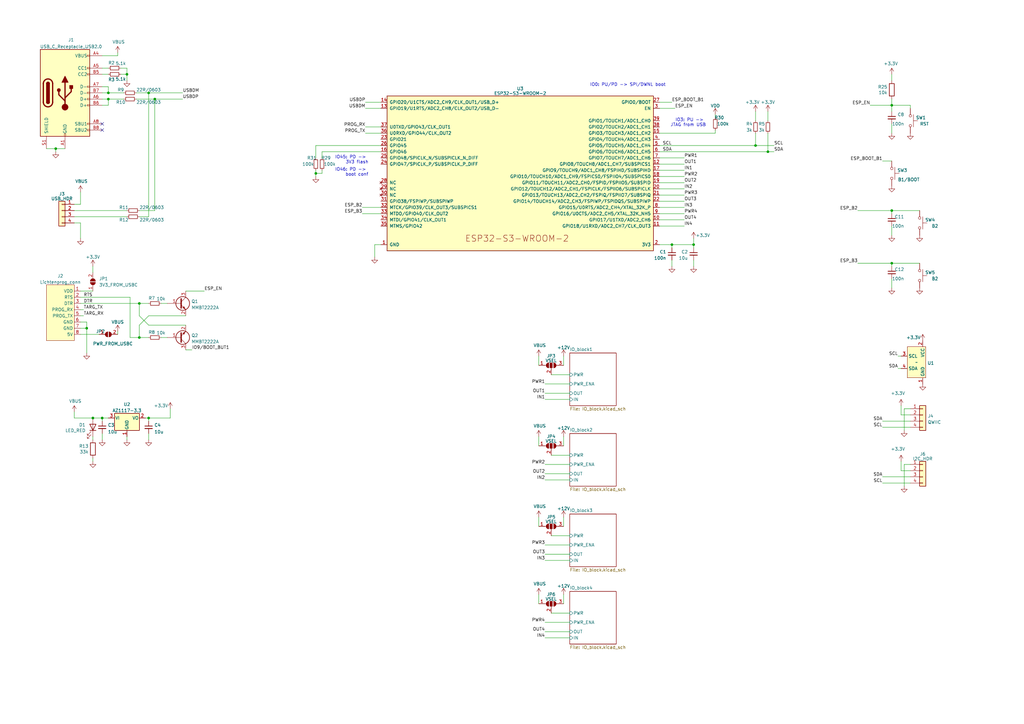
<source format=kicad_sch>
(kicad_sch (version 20230121) (generator eeschema)
  (paper "A3")
  (lib_symbols
    (symbol "Connector:USB_C_Receptacle_USB2.0" (pin_names (offset 1.016))
      (property "Reference" "J" (at -10.16 19.05 0))
      (property "Value" "USB_C_Receptacle_USB2.0" (at 19.05 19.05 0))
      (symbol "USB_C_Receptacle_USB2.0_1_1"
        (pin passive line (at 0 -22.86 90) (length 5.08) (name "GND") (number "A1"))
        (pin passive line (at 0 -22.86 90) (length 5.08) hide (name "GND") (number "A12"))
        (pin passive line (at 15.24 15.24 180) (length 5.08) (name "VBUS") (number "A4"))
        (pin bidirectional line (at 15.24 10.16 180) (length 5.08) (name "CC1") (number "A5"))
        (pin bidirectional line (at 15.24 -2.54 180) (length 5.08) (name "D+") (number "A6"))
        (pin bidirectional line (at 15.24 2.54 180) (length 5.08) (name "D-") (number "A7"))
        (pin bidirectional line (at 15.24 -12.7 180) (length 5.08) (name "SBU1") (number "A8"))
        (pin passive line (at 15.24 15.24 180) (length 5.08) hide (name "VBUS") (number "A9"))
        (pin passive line (at 0 -22.86 90) (length 5.08) hide (name "GND") (number "B1"))
        (pin passive line (at 0 -22.86 90) (length 5.08) hide (name "GND") (number "B12"))
        (pin passive line (at 15.24 15.24 180) (length 5.08) hide (name "VBUS") (number "B4"))
        (pin bidirectional line (at 15.24 7.62 180) (length 5.08) (name "CC2") (number "B5"))
        (pin bidirectional line (at 15.24 -5.08 180) (length 5.08) (name "D+") (number "B6"))
        (pin bidirectional line (at 15.24 0 180) (length 5.08) (name "D-") (number "B7"))
        (pin bidirectional line (at 15.24 -15.24 180) (length 5.08) (name "SBU2") (number "B8"))
        (pin passive line (at 15.24 15.24 180) (length 5.08) hide (name "VBUS") (number "B9"))
        (pin passive line (at -7.62 -22.86 90) (length 5.08) (name "SHIELD") (number "S1"))
      )
    )
    (symbol "Connector_Generic:Conn_01x04" (pin_names (offset 1.016) hide)
      (property "Reference" "J" (at 0 5.08 0))
      (property "Value" "Conn_01x04" (at 0 -7.62 0))
      (symbol "Conn_01x04_1_1"
        (pin passive line (at -5.08 2.54 0) (length 3.81) (name "Pin_1") (number "1"))
        (pin passive line (at -5.08 0 0) (length 3.81) (name "Pin_2") (number "2"))
        (pin passive line (at -5.08 -2.54 0) (length 3.81) (name "Pin_3") (number "3"))
        (pin passive line (at -5.08 -5.08 0) (length 3.81) (name "Pin_4") (number "4"))
      )
    )
    (symbol "Critbit_lib:Lichtenprog_conn"
      (property "Reference" "J" (at -3.81 12.7 0))
      (property "Value" "Lichtenprog_conn" (at 1.27 -12.7 0))
      (symbol "Lichtenprog_conn_1_1"
        (pin power_out line (at 7.62 8.89 180) (length 2.54) (name "VDD") (number "1"))
        (pin output line (at 7.62 6.35 180) (length 2.54) (name "RTS") (number "2"))
        (pin output line (at 7.62 3.81 180) (length 2.54) (name "DTR") (number "3"))
        (pin input line (at 7.62 1.27 180) (length 2.54) (name "PROG_RX") (number "4"))
        (pin output line (at 7.62 -1.27 180) (length 2.54) (name "PROG_TX") (number "5"))
        (pin power_out line (at 7.62 -3.81 180) (length 2.54) (name "GND") (number "6"))
        (pin power_out line (at 7.62 -6.35 180) (length 2.54) (name "GND") (number "7"))
        (pin power_out line (at 7.62 -8.89 180) (length 2.54) (name "5V") (number "8"))
      )
    )
    (symbol "Critbit_lib:OLED_4Pin"
      (property "Reference" "U" (at 0 5.08 0))
      (symbol "OLED_4Pin_1_1"
        (pin power_in line (at 2.54 -8.89 90) (length 2.54) (name "GND") (number "1"))
        (pin power_in line (at 2.54 8.89 270) (length 2.54) (name "VCC") (number "2"))
        (pin power_in line (at -6.35 2.54 0) (length 2.54) (name "SCL") (number "3"))
        (pin power_in line (at -6.35 -2.54 0) (length 2.54) (name "SDA") (number "4"))
      )
    )
    (symbol "Device:C_Small" (pin_numbers hide) (pin_names (offset 0.254) hide)
      (property "Reference" "C" (at 0.254 1.778 0))
      (property "Value" "C_Small" (at 0.254 -2.032 0))
      (symbol "C_Small_1_1"
        (pin passive line (at 0 2.54 270) (length 2.032) (name "~") (number "1"))
        (pin passive line (at 0 -2.54 90) (length 2.032) (name "~") (number "2"))
      )
    )
    (symbol "Device:LED" (pin_numbers hide) (pin_names (offset 1.016) hide)
      (property "Reference" "D" (at 0 2.54 0))
      (property "Value" "LED" (at 0 -2.54 0))
      (symbol "LED_1_1"
        (pin passive line (at -3.81 0 0) (length 2.54) (name "K") (number "1"))
        (pin passive line (at 3.81 0 180) (length 2.54) (name "A") (number "2"))
      )
    )
    (symbol "Device:Q_NPN_BEC" (pin_names (offset 0) hide)
      (property "Reference" "Q" (at 5.08 1.27 0))
      (property "Value" "Q_NPN_BEC" (at 5.08 -1.27 0))
      (symbol "Q_NPN_BEC_1_1"
        (pin input line (at -5.08 0 0) (length 5.715) (name "B") (number "1"))
        (pin passive line (at 2.54 -5.08 90) (length 2.54) (name "E") (number "2"))
        (pin passive line (at 2.54 5.08 270) (length 2.54) (name "C") (number "3"))
      )
    )
    (symbol "Device:R" (pin_numbers hide) (pin_names (offset 0))
      (property "Reference" "R" (at 2.032 0 90))
      (property "Value" "R" (at 0 0 90))
      (symbol "R_1_1"
        (pin passive line (at 0 3.81 270) (length 1.27) (name "~") (number "1"))
        (pin passive line (at 0 -3.81 90) (length 1.27) (name "~") (number "2"))
      )
    )
    (symbol "Device:R_Small" (pin_numbers hide) (pin_names (offset 0.254) hide)
      (property "Reference" "R" (at 0.762 0.508 0))
      (property "Value" "R_Small" (at 0.762 -1.016 0))
      (symbol "R_Small_1_1"
        (pin passive line (at 0 2.54 270) (length 0.762) (name "~") (number "1"))
        (pin passive line (at 0 -2.54 90) (length 0.762) (name "~") (number "2"))
      )
    )
    (symbol "Espressif:ESP32-S3-WROOM-2" (pin_names (offset 1.016))
      (property "Reference" "U" (at -55.88 38.1 0))
      (property "Value" "ESP32-S3-WROOM-2" (at -55.88 35.56 0))
      (symbol "ESP32-S3-WROOM-2_0_0"
        (text "ESP32-S3-WROOM-2" (at 0 -25.4 0) (effects (font (size 2.54 2.54))))
        (pin power_in line (at 55.88 -27.94 180) (length 2.54) (name "GND") (number "1"))
        (pin bidirectional line (at -58.42 -17.78 0) (length 2.54) (name "GPIO17/U1TXD/ADC2_CH6") (number "10"))
        (pin bidirectional line (at -58.42 -20.32 0) (length 2.54) (name "GPIO18/U1RXD/ADC2_CH7/CLK_OUT3") (number "11"))
        (pin bidirectional line (at -58.42 5.08 0) (length 2.54) (name "GPIO8/TOUCH8/ADC1_CH7/SUBSPICS1") (number "12"))
        (pin bidirectional line (at 55.88 27.94 180) (length 2.54) (name "GPIO19/U1RTS/ADC2_CH8/CLK_OUT2/USB_D-") (number "13"))
        (pin bidirectional line (at 55.88 30.48 180) (length 2.54) (name "GPIO20/U1CTS/ADC2_CH9/CLK_OUT1/USB_D+") (number "14"))
        (pin bidirectional line (at -58.42 17.78 0) (length 2.54) (name "GPIO3/TOUCH3/ADC1_CH2") (number "15"))
        (pin bidirectional line (at 55.88 10.16 180) (length 2.54) (name "GPIO46") (number "16"))
        (pin bidirectional line (at -58.42 2.54 0) (length 2.54) (name "GPIO9/TOUCH9/ADC1_CH8/FSPIHD/SUBSPIHD") (number "17"))
        (pin bidirectional line (at -58.42 0 0) (length 2.54) (name "GPIO10/TOUCH10/ADC1_CH9/FSPICS0/FSPIIO4/SUBSPICS0") (number "18"))
        (pin bidirectional line (at -58.42 -2.54 0) (length 2.54) (name "GPIO11/TOUCH11/ADC2_CH0/FSPID/FSPIIO5/SUBSPID") (number "19"))
        (pin power_in line (at -58.42 -27.94 0) (length 2.54) (name "3V3") (number "2"))
        (pin bidirectional line (at -58.42 -5.08 0) (length 2.54) (name "GPIO12/TOUCH12/ADC2_CH1/FSPICLK/FSPIIO6/SUBSPICLK") (number "20"))
        (pin bidirectional line (at -58.42 -7.62 0) (length 2.54) (name "GPIO13/TOUCH13/ADC2_CH2/FSPIQ/FSPIIO7/SUBSPIQ") (number "21"))
        (pin bidirectional line (at -58.42 -10.16 0) (length 2.54) (name "GPIO14/TOUCH14/ADC2_CH3/FSPIWP/FSPIDQS/SUBSPIWP") (number "22"))
        (pin bidirectional line (at 55.88 15.24 180) (length 2.54) (name "GPIO21") (number "23"))
        (pin bidirectional line (at 55.88 5.08 180) (length 2.54) (name "GPIO47/SPICLK_P/SUBSPICLK_P_DIFF") (number "24"))
        (pin bidirectional line (at 55.88 7.62 180) (length 2.54) (name "GPIO48/SPICLK_N/SUBSPICLK_N_DIFF") (number "25"))
        (pin bidirectional line (at 55.88 12.7 180) (length 2.54) (name "GPIO45") (number "26"))
        (pin bidirectional line (at -58.42 30.48 0) (length 2.54) (name "GPIO0/BOOT") (number "27"))
        (pin no_connect line (at 55.88 -2.54 180) (length 2.54) (name "NC") (number "28"))
        (pin no_connect line (at 55.88 -5.08 180) (length 2.54) (name "NC") (number "29"))
        (pin input line (at -58.42 27.94 0) (length 2.54) (name "EN") (number "3"))
        (pin no_connect line (at 55.88 -7.62 180) (length 2.54) (name "NC") (number "30"))
        (pin bidirectional line (at 55.88 -10.16 180) (length 2.54) (name "GPIO38/FSPIWP/SUBSPIWP") (number "31"))
        (pin bidirectional line (at 55.88 -12.7 180) (length 2.54) (name "MTCK/GPIO39/CLK_OUT3/SUBSPICS1") (number "32"))
        (pin bidirectional line (at 55.88 -15.24 180) (length 2.54) (name "MTDO/GPIO40/CLK_OUT2") (number "33"))
        (pin bidirectional line (at 55.88 -17.78 180) (length 2.54) (name "MTDI/GPIO41/CLK_OUT1") (number "34"))
        (pin bidirectional line (at 55.88 -20.32 180) (length 2.54) (name "MTMS/GPIO42") (number "35"))
        (pin bidirectional line (at 55.88 17.78 180) (length 2.54) (name "U0RXD/GPIO44/CLK_OUT2") (number "36"))
        (pin bidirectional line (at 55.88 20.32 180) (length 2.54) (name "U0TXD/GPIO43/CLK_OUT1") (number "37"))
        (pin bidirectional line (at -58.42 20.32 0) (length 2.54) (name "GPIO2/TOUCH2/ADC1_CH1") (number "38"))
        (pin bidirectional line (at -58.42 22.86 0) (length 2.54) (name "GPIO1/TOUCH1/ADC1_CH0") (number "39"))
        (pin bidirectional line (at -58.42 15.24 0) (length 2.54) (name "GPIO4/TOUCH4/ADC1_CH3") (number "4"))
        (pin passive line (at 55.88 -27.94 180) (length 2.54) hide (name "GND") (number "40"))
        (pin passive line (at 55.88 -27.94 180) (length 2.54) hide (name "GND") (number "41"))
        (pin bidirectional line (at -58.42 12.7 0) (length 2.54) (name "GPIO5/TOUCH5/ADC1_CH4") (number "5"))
        (pin bidirectional line (at -58.42 10.16 0) (length 2.54) (name "GPIO6/TOUCH6/ADC1_CH5") (number "6"))
        (pin bidirectional line (at -58.42 7.62 0) (length 2.54) (name "GPIO7/TOUCH7/ADC1_CH6") (number "7"))
        (pin bidirectional line (at -58.42 -12.7 0) (length 2.54) (name "GPIO15/U0RTS/ADC2_CH4/XTAL_32K_P") (number "8"))
        (pin bidirectional line (at -58.42 -15.24 0) (length 2.54) (name "GPIO16/U0CTS/ADC2_CH5/XTAL_32K_NH5") (number "9"))
      )
    )
    (symbol "GND_12" (power) (pin_names (offset 0))
      (property "Value" "GND_12" (at 0 -3.81 0))
      (symbol "GND_12_1_1"
        (pin power_in line (at 0 0 270) (length 0) hide (name "GND") (number "1"))
      )
    )
    (symbol "GND_19" (power) (pin_names (offset 0))
      (property "Value" "GND_19" (at 0 -3.81 0))
      (symbol "GND_19_1_1"
        (pin power_in line (at 0 0 270) (length 0) hide (name "GND") (number "1"))
      )
    )
    (symbol "GND_20" (power) (pin_names (offset 0))
      (property "Value" "GND_20" (at 0 -3.81 0))
      (symbol "GND_20_1_1"
        (pin power_in line (at 0 0 270) (length 0) hide (name "GND") (number "1"))
      )
    )
    (symbol "GND_21" (power) (pin_names (offset 0))
      (property "Value" "GND_21" (at 0 -3.81 0))
      (symbol "GND_21_1_1"
        (pin power_in line (at 0 0 270) (length 0) hide (name "GND") (number "1"))
      )
    )
    (symbol "GND_23" (power) (pin_names (offset 0))
      (property "Value" "GND_23" (at 0 -3.81 0))
      (symbol "GND_23_1_1"
        (pin power_in line (at 0 0 270) (length 0) hide (name "GND") (number "1"))
      )
    )
    (symbol "GND_25" (power) (pin_names (offset 0))
      (property "Value" "GND_25" (at 0 -3.81 0))
      (symbol "GND_25_1_1"
        (pin power_in line (at 0 0 270) (length 0) hide (name "GND") (number "1"))
      )
    )
    (symbol "GND_26" (power) (pin_names (offset 0))
      (property "Value" "GND_26" (at 0 -3.81 0))
      (symbol "GND_26_1_1"
        (pin power_in line (at 0 0 270) (length 0) hide (name "GND") (number "1"))
      )
    )
    (symbol "Jumper:SolderJumper_2_Open" (pin_names (offset 0) hide)
      (property "Reference" "JP" (at 0 2.032 0))
      (property "Value" "SolderJumper_2_Open" (at 0 -2.54 0))
      (symbol "SolderJumper_2_Open_1_1"
        (pin passive line (at -3.81 0 0) (length 2.54) (name "A") (number "1"))
        (pin passive line (at 3.81 0 180) (length 2.54) (name "B") (number "2"))
      )
    )
    (symbol "Jumper:SolderJumper_3_Open" (pin_names (offset 0) hide)
      (property "Reference" "JP" (at -2.54 -2.54 0))
      (property "Value" "SolderJumper_3_Open" (at 0 2.794 0))
      (symbol "SolderJumper_3_Open_1_1"
        (pin passive line (at -5.08 0 0) (length 2.54) (name "A") (number "1"))
        (pin passive line (at 0 -3.81 90) (length 2.54) (name "C") (number "2"))
        (pin passive line (at 5.08 0 180) (length 2.54) (name "B") (number "3"))
      )
    )
    (symbol "Regulator_Linear:AZ1117-3.3" (pin_names (offset 0.254))
      (property "Reference" "U" (at -3.81 3.175 0))
      (property "Value" "AZ1117-3.3" (at 0 3.175 0))
      (symbol "AZ1117-3.3_1_1"
        (pin power_in line (at 0 -7.62 90) (length 2.54) (name "GND") (number "1"))
        (pin power_out line (at 7.62 0 180) (length 2.54) (name "VO") (number "2"))
        (pin power_in line (at -7.62 0 0) (length 2.54) (name "VI") (number "3"))
      )
    )
    (symbol "Switch:SW_Push" (pin_numbers hide) (pin_names (offset 1.016) hide)
      (property "Reference" "SW" (at 1.27 2.54 0))
      (property "Value" "SW_Push" (at 0 -1.524 0))
      (symbol "SW_Push_0_1"
        (pin passive line (at -5.08 0 0) (length 2.54) (name "1") (number "1"))
        (pin passive line (at 5.08 0 180) (length 2.54) (name "2") (number "2"))
      )
    )
    (symbol "power:+12V" (power) (pin_names (offset 0))
      (property "Value" "+12V" (at 0 3.556 0))
      (symbol "+12V_1_1"
        (pin power_in line (at 0 0 90) (length 0) hide (name "+12V") (number "1"))
      )
    )
    (symbol "power:+3.3V" (power) (pin_names (offset 0))
      (property "Value" "+3.3V" (at 0 3.556 0))
      (symbol "+3.3V_1_1"
        (pin power_in line (at 0 0 90) (length 0) hide (name "+3.3V") (number "1"))
      )
    )
    (symbol "power:GND" (power) (pin_names (offset 0))
      (property "Value" "GND" (at 0 -3.81 0))
      (symbol "GND_1_1"
        (pin power_in line (at 0 0 270) (length 0) hide (name "GND") (number "1"))
      )
    )
    (symbol "power:VBUS" (power) (pin_names (offset 0))
      (property "Value" "VBUS" (at 0 3.81 0))
      (symbol "VBUS_1_1"
        (pin power_in line (at 0 0 90) (length 0) hide (name "VBUS") (number "1"))
      )
    )
    (symbol "power:VDD" (power) (pin_names (offset 0))
      (property "Value" "VDD" (at 0 3.81 0))
      (symbol "VDD_1_1"
        (pin power_in line (at 0 0 90) (length 0) hide (name "VDD") (number "1"))
      )
    )
  )
  (junction (at 63.5 40.64))
  (junction (at 60.96 38.1))
  (junction (at 44.45 38.1))
  (junction (at 284.48 100.33))
  (junction (at 365.76 86.36))
  (junction (at 365.76 43.18))
  (junction (at 60.96 171.45))
  (junction (at 41.91 171.45))
  (junction (at 52.07 30.48))
  (junction (at 44.45 40.64))
  (junction (at 35.56 134.62))
  (junction (at 57.15 124.46))
  (junction (at 57.15 138.43))
  (junction (at 365.76 107.95))
  (junction (at 22.86 60.96))
  (junction (at 314.96 62.23))
  (junction (at 38.1 171.45))
  (junction (at 309.88 59.69))
  (junction (at 275.59 100.33))
  (junction (at 129.54 71.12))
  (no_connect (at 41.91 53.34))
  (no_connect (at 41.91 50.8))
  (wire (pts (xy 280.67 90.17) (xy 270.51 90.17)))
  (wire (pts (xy 365.76 43.18) (xy 373.38 43.18)))
  (wire (pts (xy 60.96 177.8) (xy 60.96 180.34)))
  (wire (pts (xy 365.76 43.18) (xy 356.87 43.18)))
  (wire (pts (xy 280.67 87.63) (xy 270.51 87.63)))
  (wire (pts (xy 153.67 105.41) (xy 153.67 100.33)))
  (wire (pts (xy 284.48 106.68) (xy 284.48 109.22)))
  (wire (pts (xy 44.45 35.56) (xy 44.45 38.1)))
  (wire (pts (xy 223.52 163.83) (xy 233.68 163.83)))
  (wire (pts (xy 276.86 44.45) (xy 270.51 44.45)))
  (wire (pts (xy 223.52 223.52) (xy 233.68 223.52)))
  (wire (pts (xy 373.38 43.18) (xy 373.38 44.45)))
  (wire (pts (xy 223.52 229.87) (xy 233.68 229.87)))
  (wire (pts (xy 275.59 100.33) (xy 275.59 101.6)))
  (wire (pts (xy 57.15 86.36) (xy 63.5 86.36)))
  (wire (pts (xy 231.14 146.05) (xy 231.14 149.86)))
  (wire (pts (xy 66.04 124.46) (xy 68.58 124.46)))
  (wire (pts (xy 365.76 86.36) (xy 365.76 87.63)))
  (wire (pts (xy 30.48 88.9) (xy 52.07 88.9)))
  (wire (pts (xy 57.15 138.43) (xy 60.96 138.43)))
  (wire (pts (xy 280.67 92.71) (xy 270.51 92.71)))
  (wire (pts (xy 373.38 170.18) (xy 369.57 170.18)))
  (wire (pts (xy 44.45 38.1) (xy 50.8 38.1)))
  (wire (pts (xy 226.06 251.46) (xy 233.68 251.46)))
  (wire (pts (xy 60.96 129.54) (xy 57.15 133.35)))
  (wire (pts (xy 49.53 30.48) (xy 52.07 30.48)))
  (wire (pts (xy 361.95 175.26) (xy 373.38 175.26)))
  (wire (pts (xy 223.52 227.33) (xy 233.68 227.33)))
  (wire (pts (xy 22.86 60.96) (xy 22.86 62.23)))
  (wire (pts (xy 365.76 107.95) (xy 365.76 109.22)))
  (wire (pts (xy 76.2 129.54) (xy 60.96 129.54)))
  (wire (pts (xy 361.95 195.58) (xy 373.38 195.58)))
  (wire (pts (xy 34.29 129.54) (xy 33.02 129.54)))
  (wire (pts (xy 365.76 66.04) (xy 361.95 66.04)))
  (wire (pts (xy 275.59 106.68) (xy 275.59 109.22)))
  (wire (pts (xy 369.57 170.18) (xy 369.57 166.37)))
  (wire (pts (xy 231.14 212.09) (xy 231.14 215.9)))
  (wire (pts (xy 63.5 40.64) (xy 74.93 40.64)))
  (wire (pts (xy 35.56 134.62) (xy 33.02 134.62)))
  (wire (pts (xy 280.67 69.85) (xy 270.51 69.85)))
  (wire (pts (xy 365.76 96.52) (xy 365.76 92.71)))
  (wire (pts (xy 370.84 167.64) (xy 373.38 167.64)))
  (wire (pts (xy 370.84 199.39) (xy 370.84 190.5)))
  (wire (pts (xy 223.52 255.27) (xy 233.68 255.27)))
  (wire (pts (xy 280.67 82.55) (xy 270.51 82.55)))
  (wire (pts (xy 368.3 151.13) (xy 369.57 151.13)))
  (wire (pts (xy 220.98 146.05) (xy 220.98 149.86)))
  (wire (pts (xy 57.15 133.35) (xy 57.15 138.43)))
  (wire (pts (xy 280.67 74.93) (xy 270.51 74.93)))
  (wire (pts (xy 44.45 40.64) (xy 50.8 40.64)))
  (wire (pts (xy 270.51 54.61) (xy 293.37 54.61)))
  (wire (pts (xy 30.48 168.91) (xy 30.48 171.45)))
  (wire (pts (xy 370.84 190.5) (xy 373.38 190.5)))
  (wire (pts (xy 231.14 243.84) (xy 231.14 247.65)))
  (wire (pts (xy 309.88 45.72) (xy 309.88 49.53)))
  (wire (pts (xy 38.1 187.96) (xy 38.1 189.23)))
  (wire (pts (xy 129.54 69.85) (xy 129.54 71.12)))
  (wire (pts (xy 365.76 107.95) (xy 351.79 107.95)))
  (wire (pts (xy 226.06 153.67) (xy 233.68 153.67)))
  (wire (pts (xy 30.48 83.82) (xy 33.02 83.82)))
  (wire (pts (xy 220.98 243.84) (xy 220.98 247.65)))
  (wire (pts (xy 365.76 43.18) (xy 365.76 45.72)))
  (wire (pts (xy 48.26 21.59) (xy 48.26 22.86)))
  (wire (pts (xy 309.88 59.69) (xy 317.5 59.69)))
  (wire (pts (xy 365.76 54.61) (xy 365.76 50.8)))
  (wire (pts (xy 309.88 54.61) (xy 309.88 59.69)))
  (wire (pts (xy 60.96 88.9) (xy 57.15 88.9)))
  (wire (pts (xy 223.52 194.31) (xy 233.68 194.31)))
  (wire (pts (xy 41.91 43.18) (xy 44.45 43.18)))
  (wire (pts (xy 220.98 179.07) (xy 220.98 182.88)))
  (wire (pts (xy 34.29 127) (xy 33.02 127)))
  (wire (pts (xy 365.76 43.18) (xy 365.76 40.64)))
  (wire (pts (xy 314.96 54.61) (xy 314.96 62.23)))
  (wire (pts (xy 223.52 261.62) (xy 233.68 261.62)))
  (wire (pts (xy 280.67 64.77) (xy 270.51 64.77)))
  (wire (pts (xy 314.96 45.72) (xy 314.96 49.53)))
  (wire (pts (xy 76.2 143.51) (xy 78.74 143.51)))
  (wire (pts (xy 33.02 137.16) (xy 40.64 137.16)))
  (wire (pts (xy 280.67 77.47) (xy 270.51 77.47)))
  (wire (pts (xy 41.91 35.56) (xy 44.45 35.56)))
  (wire (pts (xy 55.88 38.1) (xy 60.96 38.1)))
  (wire (pts (xy 129.54 59.69) (xy 129.54 64.77)))
  (wire (pts (xy 41.91 40.64) (xy 44.45 40.64)))
  (wire (pts (xy 35.56 132.08) (xy 35.56 134.62)))
  (wire (pts (xy 314.96 62.23) (xy 317.5 62.23)))
  (wire (pts (xy 69.85 171.45) (xy 60.96 171.45)))
  (wire (pts (xy 293.37 46.99) (xy 293.37 48.26)))
  (wire (pts (xy 226.06 186.69) (xy 233.68 186.69)))
  (wire (pts (xy 368.3 146.05) (xy 369.57 146.05)))
  (wire (pts (xy 60.96 38.1) (xy 60.96 88.9)))
  (wire (pts (xy 41.91 30.48) (xy 44.45 30.48)))
  (wire (pts (xy 38.1 171.45) (xy 41.91 171.45)))
  (wire (pts (xy 275.59 100.33) (xy 284.48 100.33)))
  (wire (pts (xy 38.1 179.07) (xy 38.1 180.34)))
  (wire (pts (xy 41.91 171.45) (xy 41.91 172.72)))
  (wire (pts (xy 60.96 38.1) (xy 74.93 38.1)))
  (wire (pts (xy 280.67 67.31) (xy 270.51 67.31)))
  (wire (pts (xy 41.91 22.86) (xy 48.26 22.86)))
  (wire (pts (xy 148.59 87.63) (xy 156.21 87.63)))
  (wire (pts (xy 30.48 91.44) (xy 33.02 91.44)))
  (wire (pts (xy 149.86 44.45) (xy 156.21 44.45)))
  (wire (pts (xy 153.67 100.33) (xy 156.21 100.33)))
  (wire (pts (xy 284.48 100.33) (xy 284.48 101.6)))
  (wire (pts (xy 377.19 86.36) (xy 365.76 86.36)))
  (wire (pts (xy 223.52 190.5) (xy 233.68 190.5)))
  (wire (pts (xy 66.04 138.43) (xy 68.58 138.43)))
  (wire (pts (xy 48.26 137.16) (xy 48.26 135.89)))
  (wire (pts (xy 156.21 62.23) (xy 132.08 62.23)))
  (wire (pts (xy 33.02 91.44) (xy 33.02 97.79)))
  (wire (pts (xy 365.76 86.36) (xy 351.79 86.36)))
  (wire (pts (xy 132.08 71.12) (xy 129.54 71.12)))
  (wire (pts (xy 223.52 161.29) (xy 233.68 161.29)))
  (wire (pts (xy 57.15 129.54) (xy 60.96 133.35)))
  (wire (pts (xy 41.91 171.45) (xy 44.45 171.45)))
  (wire (pts (xy 30.48 86.36) (xy 52.07 86.36)))
  (wire (pts (xy 33.02 119.38) (xy 38.1 119.38)))
  (wire (pts (xy 52.07 30.48) (xy 52.07 27.94)))
  (wire (pts (xy 33.02 124.46) (xy 57.15 124.46)))
  (wire (pts (xy 361.95 172.72) (xy 373.38 172.72)))
  (wire (pts (xy 132.08 62.23) (xy 132.08 64.77)))
  (wire (pts (xy 365.76 30.48) (xy 365.76 33.02)))
  (wire (pts (xy 60.96 124.46) (xy 57.15 124.46)))
  (wire (pts (xy 63.5 86.36) (xy 63.5 40.64)))
  (wire (pts (xy 53.34 121.92) (xy 53.34 138.43)))
  (wire (pts (xy 59.69 171.45) (xy 60.96 171.45)))
  (wire (pts (xy 156.21 59.69) (xy 129.54 59.69)))
  (wire (pts (xy 270.51 41.91) (xy 275.59 41.91)))
  (wire (pts (xy 373.38 193.04) (xy 369.57 193.04)))
  (wire (pts (xy 270.51 62.23) (xy 314.96 62.23)))
  (wire (pts (xy 223.52 196.85) (xy 233.68 196.85)))
  (wire (pts (xy 275.59 100.33) (xy 270.51 100.33)))
  (wire (pts (xy 19.05 60.96) (xy 22.86 60.96)))
  (wire (pts (xy 33.02 78.74) (xy 33.02 83.82)))
  (wire (pts (xy 33.02 121.92) (xy 53.34 121.92)))
  (wire (pts (xy 53.34 138.43) (xy 57.15 138.43)))
  (wire (pts (xy 293.37 54.61) (xy 293.37 53.34)))
  (wire (pts (xy 60.96 171.45) (xy 60.96 172.72)))
  (wire (pts (xy 223.52 157.48) (xy 233.68 157.48)))
  (wire (pts (xy 69.85 167.64) (xy 69.85 171.45)))
  (wire (pts (xy 44.45 43.18) (xy 44.45 40.64)))
  (wire (pts (xy 41.91 38.1) (xy 44.45 38.1)))
  (wire (pts (xy 220.98 212.09) (xy 220.98 215.9)))
  (wire (pts (xy 280.67 80.01) (xy 270.51 80.01)))
  (wire (pts (xy 231.14 179.07) (xy 231.14 182.88)))
  (wire (pts (xy 38.1 111.76) (xy 38.1 109.22)))
  (wire (pts (xy 223.52 259.08) (xy 233.68 259.08)))
  (wire (pts (xy 365.76 118.11) (xy 365.76 114.3)))
  (wire (pts (xy 226.06 219.71) (xy 233.68 219.71)))
  (wire (pts (xy 33.02 132.08) (xy 35.56 132.08)))
  (wire (pts (xy 76.2 119.38) (xy 83.82 119.38)))
  (wire (pts (xy 44.45 27.94) (xy 41.91 27.94)))
  (wire (pts (xy 60.96 133.35) (xy 76.2 133.35)))
  (wire (pts (xy 280.67 72.39) (xy 270.51 72.39)))
  (wire (pts (xy 377.19 107.95) (xy 365.76 107.95)))
  (wire (pts (xy 156.21 52.07) (xy 149.86 52.07)))
  (wire (pts (xy 35.56 134.62) (xy 35.56 144.78)))
  (wire (pts (xy 284.48 97.79) (xy 284.48 100.33)))
  (wire (pts (xy 55.88 40.64) (xy 63.5 40.64)))
  (wire (pts (xy 270.51 59.69) (xy 309.88 59.69)))
  (wire (pts (xy 149.86 41.91) (xy 156.21 41.91)))
  (wire (pts (xy 132.08 69.85) (xy 132.08 71.12)))
  (wire (pts (xy 361.95 198.12) (xy 373.38 198.12)))
  (wire (pts (xy 57.15 129.54) (xy 57.15 124.46)))
  (wire (pts (xy 52.07 27.94) (xy 49.53 27.94)))
  (wire (pts (xy 369.57 193.04) (xy 369.57 189.23)))
  (wire (pts (xy 129.54 71.12) (xy 129.54 72.39)))
  (wire (pts (xy 22.86 60.96) (xy 26.67 60.96)))
  (wire (pts (xy 52.07 180.34) (xy 52.07 179.07)))
  (wire (pts (xy 149.86 54.61) (xy 156.21 54.61)))
  (wire (pts (xy 30.48 171.45) (xy 38.1 171.45)))
  (wire (pts (xy 52.07 33.02) (xy 52.07 30.48)))
  (wire (pts (xy 280.67 85.09) (xy 270.51 85.09)))
  (wire (pts (xy 41.91 177.8) (xy 41.91 180.34)))
  (wire (pts (xy 370.84 176.53) (xy 370.84 167.64)))
  (wire (pts (xy 148.59 85.09) (xy 156.21 85.09)))
  (text "IO0: PU/PD -> SPI/DWNL boot" (at 273.05 35.56 0) (effects (font (size 1.27 1.27)) (justify right bottom)))
  (text "IO45: PD -> \n3V3 flash\n" (at 151.13 67.31 0) (effects (font (size 1.27 1.27)) (justify right bottom)))
  (text "IO3: PU -> \nJTAG from USB" (at 289.56 52.07 0) (effects (font (size 1.27 1.27)) (justify right bottom)))
  (text "IO46: PD -> \nboot conf\n" (at 151.13 72.39 0) (effects (font (size 1.27 1.27)) (justify right bottom)))
  (label "ESP_B3" (at 351.79 107.95 180))
  (label "TARG_RX" (at 34.29 129.54 0))
  (label "OUT1" (at 223.52 161.29 180))
  (label "OUT2" (at 280.67 74.93 0))
  (label "IN1" (at 280.67 69.85 0))
  (label "SDA" (at 361.95 195.58 180))
  (label "IO9{slash}BOOT_BUT1" (at 78.74 143.51 0))
  (label "USBDM" (at 149.86 44.45 180))
  (label "IN4" (at 223.52 261.62 180))
  (label "TARG_TX" (at 34.29 127 0))
  (label "ESP_B2" (at 148.59 85.09 180))
  (label "USBDM" (at 74.93 38.1 0))
  (label "PWR2" (at 223.52 190.5 180))
  (label "PWR3" (at 223.52 223.52 180))
  (label "SCL" (at 317.5 59.69 0))
  (label "IN1" (at 223.52 163.83 180))
  (label "IN2" (at 280.67 77.47 0))
  (label "PWR4" (at 280.67 87.63 0))
  (label "USBDP" (at 74.93 40.64 0))
  (label "DTR" (at 34.29 124.46 0))
  (label "SCL" (at 271.78 59.69 0))
  (label "OUT3" (at 280.67 82.55 0))
  (label "ESP_B2" (at 351.79 86.36 180))
  (label "SCL" (at 361.95 175.26 180))
  (label "PWR1" (at 280.67 64.77 0))
  (label "ESP_EN" (at 356.87 43.18 180))
  (label "OUT1" (at 280.67 67.31 0))
  (label "PWR1" (at 223.52 157.48 180))
  (label "OUT4" (at 223.52 259.08 180))
  (label "PWR3" (at 280.67 80.01 0))
  (label "PWR2" (at 280.67 72.39 0))
  (label "IN4" (at 280.67 92.71 0))
  (label "OUT4" (at 280.67 90.17 0))
  (label "ESP_EN" (at 276.86 44.45 0))
  (label "OUT3" (at 223.52 227.33 180))
  (label "SCL" (at 361.95 198.12 180))
  (label "IN3" (at 223.52 229.87 180))
  (label "PWR4" (at 223.52 255.27 180))
  (label "ESP_EN" (at 83.82 119.38 0))
  (label "ESP_BOOT_B1" (at 361.95 66.04 180))
  (label "RTS" (at 34.29 121.92 0))
  (label "ESP_BOOT_B1" (at 275.59 41.91 0))
  (label "OUT2" (at 223.52 194.31 180))
  (label "IN2" (at 223.52 196.85 180))
  (label "IN3" (at 280.67 85.09 0))
  (label "SCL" (at 368.3 146.05 180))
  (label "PROG_TX" (at 149.86 54.61 180))
  (label "SDA" (at 368.3 151.13 180))
  (label "ESP_B3" (at 148.59 87.63 180))
  (label "SDA" (at 361.95 172.72 180))
  (label "PROG_RX" (at 149.86 52.07 180))
  (label "SDA" (at 271.78 62.23 0))
  (label "USBDP" (at 149.86 41.91 180))
  (label "SDA" (at 317.5 62.23 0))
  (symbol (lib_id "Device:LED") (at 38.1 175.26 270) (mirror x) (unit 1)
    (property "Reference" "D1" (at 35.1028 174.2694 90) (effects (justify right)))
    (property "Value" "LED_RED" (at 35.1028 176.5808 90) (effects (justify right)))
    (property "Footprint" "LED_SMD:LED_0603_1608Metric" (effects hide))
  )
  (symbol (lib_id "Device:R_Small") (at 129.54 67.31 0) (mirror x) (unit 1)
    (property "Reference" "R31" (at 127.8931 64.77 0))
    (property "Value" "100k" (at 126.388 67.31 0))
    (property "Footprint" "Resistor_SMD:R_0402_1005Metric" (effects hide))
  )
  (symbol (lib_id "power:+12V") (at 231.14 243.84 0) (unit 1)
    (property "Reference" "#PWR077" (effects hide))
    (property "Value" "+12V" (at 231.14 240.3381 0))
  )
  (symbol (lib_id "Device:R_Small") (at 293.37 50.8 180) (unit 1)
    (property "Reference" "R30" (at 295.0169 48.26 0))
    (property "Value" "100k" (at 296.522 50.8 0))
    (property "Footprint" "Resistor_SMD:R_0402_1005Metric" (effects hide))
  )
  (symbol (lib_id "power:VDD") (at 293.37 46.99 0) (unit 1)
    (property "Reference" "#PWR069" (effects hide))
    (property "Value" "VDD" (at 293.37 43.3855 0))
  )
  (symbol (lib_id "Device:R_Small") (at 63.5 124.46 90) (unit 1)
    (property "Reference" "R7" (at 62.23 122.2969 90))
    (property "Value" "10k" (at 66.04 122.532 90))
    (property "Footprint" "Resistor_SMD:R_0402_1005Metric" (effects hide))
    (property "LCSC" "C25117" (effects hide))
  )
  (symbol (lib_id "power:+12V") (at 231.14 179.07 0) (unit 1)
    (property "Reference" "#PWR036" (effects hide))
    (property "Value" "+12V" (at 231.14 175.5681 0))
  )
  (symbol (lib_id "Device:C_Small") (at 365.76 111.76 0) (mirror y) (unit 1)
    (property "Reference" "C12" (at 370.84 110.49 0) (effects (justify left)))
    (property "Value" "100n" (at 370.84 114.3 0) (effects (justify left)))
    (property "Footprint" "Capacitor_SMD:C_0201_0603Metric" (effects hide))
  )
  (symbol (lib_id "Device:R_Small") (at 54.61 86.36 90) (unit 1)
    (property "Reference" "R11" (at 50.8 85.09 90))
    (property "Value" "22R/0603" (at 62.23 85.09 90))
    (property "Footprint" "Resistor_SMD:R_0402_1005Metric" (effects hide))
    (property "LCSC" "C25117" (effects hide))
  )
  (symbol (lib_id "Switch:SW_Push") (at 377.19 91.44 270) (mirror x) (unit 1)
    (property "Reference" "SW4" (at 383.54 90.17 90) (effects (justify right)))
    (property "Value" "B2" (at 384.81 92.71 90) (effects (justify right)))
    (property "Footprint" "Button_Switch_SMD:SW_SPST_TL3342" (effects hide))
  )
  (symbol (lib_id "Jumper:SolderJumper_2_Open") (at 44.45 137.16 0) (mirror x) (unit 1)
    (property "Reference" "JP2" (at 39.37 135.89 0) (effects (justify left)))
    (property "Value" "PWR_FROM_USBC" (at 38.1 140.97 0) (effects (justify left)))
    (property "Footprint" "Jumper:SolderJumper-2_P1.3mm_Open_TrianglePad1.0x1.5mm" (effects hide))
  )
  (symbol (lib_name "GND_19") (lib_id "power:GND") (at 41.91 180.34 0) (unit 1)
    (property "Reference" "#PWR021" (effects hide))
    (property "Value" "GND" (effects hide))
  )
  (symbol (lib_id "power:GND") (at 153.67 105.41 0) (mirror y) (unit 1)
    (property "Reference" "#PWR071" (effects hide))
    (property "Value" "GND" (effects hide))
  )
  (symbol (lib_id "Device:R_Small") (at 54.61 88.9 90) (mirror x) (unit 1)
    (property "Reference" "R12" (at 50.8 90.17 90))
    (property "Value" "22R/0603" (at 62.23 90.17 90))
    (property "Footprint" "Resistor_SMD:R_0402_1005Metric" (effects hide))
    (property "LCSC" "C25117" (effects hide))
  )
  (symbol (lib_id "power:+3.3V") (at 38.1 109.22 0) (unit 1)
    (property "Reference" "#PWR09" (effects hide))
    (property "Value" "+3.3V" (at 38.1 105.41 0))
  )
  (symbol (lib_id "Device:R_Small") (at 46.99 27.94 90) (unit 1)
    (property "Reference" "R2" (at 45.72 25.7769 90))
    (property "Value" "5.1k" (at 49.53 26.012 90))
    (property "Footprint" "Resistor_SMD:R_0402_1005Metric" (effects hide))
    (property "LCSC" "C25117" (effects hide))
  )
  (symbol (lib_id "Device:R") (at 38.1 184.15 0) (mirror x) (unit 1)
    (property "Reference" "R13" (at 36.322 182.9816 0) (effects (justify right)))
    (property "Value" "33k" (at 36.322 185.293 0) (effects (justify right)))
    (property "Footprint" "Resistor_SMD:R_0402_1005Metric" (effects hide))
  )
  (symbol (lib_id "Switch:SW_Push") (at 373.38 49.53 270) (mirror x) (unit 1)
    (property "Reference" "SW1" (at 379.73 48.26 90) (effects (justify right)))
    (property "Value" "RST" (at 381 50.8 90) (effects (justify right)))
    (property "Footprint" "Button_Switch_SMD:SW_SPST_TL3342" (effects hide))
  )
  (symbol (lib_id "Device:C_Small") (at 41.91 175.26 0) (unit 1)
    (property "Reference" "C3" (at 44.2341 174.3515 0) (effects (justify left)))
    (property "Value" "10u" (at 44.2341 177.1266 0) (effects (justify left)))
    (property "Footprint" "Capacitor_SMD:C_0603_1608Metric" (effects hide))
  )
  (symbol (lib_id "power:VBUS") (at 220.98 146.05 0) (unit 1)
    (property "Reference" "#PWR037" (effects hide))
    (property "Value" "VBUS" (at 221.361 141.6558 0))
  )
  (symbol (lib_id "power:GND") (at 370.84 176.53 0) (unit 1)
    (property "Reference" "#PWR017" (effects hide))
    (property "Value" "GND" (effects hide))
  )
  (symbol (lib_id "power:GND") (at 52.07 33.02 0) (unit 1)
    (property "Reference" "#PWR05" (effects hide))
    (property "Value" "GND" (effects hide))
  )
  (symbol (lib_id "power:GND") (at 378.46 157.48 0) (mirror y) (unit 1)
    (property "Reference" "#PWR038" (effects hide))
    (property "Value" "GND" (effects hide))
  )
  (symbol (lib_id "Device:C_Small") (at 60.96 175.26 0) (unit 1)
    (property "Reference" "C4" (at 63.2841 174.3515 0) (effects (justify left)))
    (property "Value" "10u" (at 63.2841 177.1266 0) (effects (justify left)))
    (property "Footprint" "Capacitor_SMD:C_0603_1608Metric" (effects hide))
  )
  (symbol (lib_id "power:VBUS") (at 48.26 135.89 0) (unit 1)
    (property "Reference" "#PWR013" (effects hide))
    (property "Value" "VBUS" (at 48.26 132.08 0))
  )
  (symbol (lib_id "Espressif:ESP32-S3-WROOM-2") (at 212.09 72.39 0) (mirror y) (unit 1)
    (property "Reference" "U3" (at 213.36 36.3601 0))
    (property "Value" "ESP32-S3-WROOM-2" (at 213.36 38.2811 0))
    (property "Footprint" "Espressif:ESP32-S3-WROOM-1U" (effects hide))
    (property "Datasheet" "https://www.espressif.com/sites/default/files/documentation/esp32-s3-wroom-2_datasheet_en.pdf" (effects hide))
  )
  (symbol (lib_id "Device:R_Small") (at 53.34 38.1 90) (unit 1)
    (property "Reference" "R9" (at 49.53 36.83 90))
    (property "Value" "22R/0603" (at 60.96 36.83 90))
    (property "Footprint" "Resistor_SMD:R_0402_1005Metric" (effects hide))
    (property "LCSC" "C25117" (effects hide))
  )
  (symbol (lib_name "GND_20") (lib_id "power:GND") (at 60.96 180.34 0) (unit 1)
    (property "Reference" "#PWR023" (effects hide))
    (property "Value" "GND" (effects hide))
  )
  (symbol (lib_id "power:+3.3V") (at 369.57 189.23 0) (mirror y) (unit 1)
    (property "Reference" "#PWR018" (effects hide))
    (property "Value" "+3.3V" (at 368.3 184.15 0))
  )
  (symbol (lib_id "power:GND") (at 35.56 144.78 0) (mirror y) (unit 1)
    (property "Reference" "#PWR014" (effects hide))
    (property "Value" "GND" (effects hide))
  )
  (symbol (lib_name "GND_26") (lib_id "power:GND") (at 377.19 118.11 0) (unit 1)
    (property "Reference" "#PWR059" (effects hide))
    (property "Value" "GND" (effects hide))
  )
  (symbol (lib_id "power:+3.3V") (at 369.57 166.37 0) (mirror y) (unit 1)
    (property "Reference" "#PWR01" (effects hide))
    (property "Value" "+3.3V" (at 368.3 161.29 0))
  )
  (symbol (lib_id "Device:R") (at 365.76 36.83 0) (mirror x) (unit 1)
    (property "Reference" "R25" (at 363.982 35.6616 0) (effects (justify right)))
    (property "Value" "10k" (at 363.982 37.973 0) (effects (justify right)))
    (property "Footprint" "Resistor_SMD:R_0201_0603Metric" (effects hide))
  )
  (symbol (lib_name "GND_25") (lib_id "power:GND") (at 365.76 54.61 0) (mirror y) (unit 1)
    (property "Reference" "#PWR049" (effects hide))
    (property "Value" "GND" (effects hide))
  )
  (symbol (lib_name "GND_12") (lib_id "power:GND") (at 38.1 189.23 0) (unit 1)
    (property "Reference" "#PWR024" (effects hide))
    (property "Value" "GND" (effects hide))
  )
  (symbol (lib_id "Device:C_Small") (at 275.59 104.14 0) (mirror y) (unit 1)
    (property "Reference" "C1" (at 273.2659 103.3116 0) (effects (justify left)))
    (property "Value" "100n" (at 273.2659 105.8485 0) (effects (justify left)))
    (property "Footprint" "Capacitor_SMD:C_0402_1005Metric" (effects hide))
  )
  (symbol (lib_id "power:+3.3V") (at 314.96 45.72 0) (mirror y) (unit 1)
    (property "Reference" "#PWR04" (effects hide))
    (property "Value" "+3.3V" (at 314.96 41.91 0))
  )
  (symbol (lib_id "Device:R_Small") (at 314.96 52.07 0) (mirror x) (unit 1)
    (property "Reference" "R5" (at 312.42 50.8 0))
    (property "Value" "3k" (at 312.42 53.34 0))
    (property "Footprint" "Resistor_SMD:R_0402_1005Metric" (effects hide))
  )
  (symbol (lib_id "power:+3.3V") (at 69.85 167.64 0) (mirror y) (unit 1)
    (property "Reference" "#PWR025" (effects hide))
    (property "Value" "+3.3V" (at 66.04 166.37 0))
  )
  (symbol (lib_name "GND_21") (lib_id "power:GND") (at 52.07 180.34 0) (unit 1)
    (property "Reference" "#PWR022" (effects hide))
    (property "Value" "GND" (effects hide))
  )
  (symbol (lib_id "power:GND") (at 33.02 97.79 0) (mirror y) (unit 1)
    (property "Reference" "#PWR016" (effects hide))
    (property "Value" "GND" (effects hide))
  )
  (symbol (lib_id "power:GND") (at 129.54 72.39 0) (mirror y) (unit 1)
    (property "Reference" "#PWR010" (effects hide))
    (property "Value" "GND" (effects hide))
  )
  (symbol (lib_id "Device:R_Small") (at 309.88 52.07 0) (mirror x) (unit 1)
    (property "Reference" "R4" (at 307.34 50.8 0))
    (property "Value" "3k" (at 307.34 53.34 0))
    (property "Footprint" "Resistor_SMD:R_0402_1005Metric" (effects hide))
  )
  (symbol (lib_id "Device:R_Small") (at 46.99 30.48 90) (mirror x) (unit 1)
    (property "Reference" "R3" (at 45.72 32.6431 90))
    (property "Value" "5.1k" (at 49.53 32.408 90))
    (property "Footprint" "Resistor_SMD:R_0402_1005Metric" (effects hide))
    (property "LCSC" "C25117" (effects hide))
  )
  (symbol (lib_id "power:+3.3V") (at 309.88 45.72 0) (mirror y) (unit 1)
    (property "Reference" "#PWR03" (effects hide))
    (property "Value" "+3.3V" (at 308.61 41.91 0))
  )
  (symbol (lib_id "Jumper:SolderJumper_3_Open") (at 226.06 182.88 0) (unit 1)
    (property "Reference" "JP4" (at 226.06 178.9811 0))
    (property "Value" "VSEL" (at 226.06 180.9021 0))
    (property "Footprint" "Jumper:SolderJumper-3_P1.3mm_Open_RoundedPad1.0x1.5mm" (effects hide))
  )
  (symbol (lib_id "Device:R_Small") (at 53.34 40.64 90) (mirror x) (unit 1)
    (property "Reference" "R10" (at 49.53 41.91 90))
    (property "Value" "22R/0603" (at 60.96 41.91 90))
    (property "Footprint" "Resistor_SMD:R_0402_1005Metric" (effects hide))
    (property "LCSC" "C25117" (effects hide))
  )
  (symbol (lib_id "Jumper:SolderJumper_2_Open") (at 38.1 115.57 270) (mirror x) (unit 1)
    (property "Reference" "JP1" (at 40.64 114.3 90) (effects (justify left)))
    (property "Value" "3V3_FROM_USBC" (at 40.64 116.84 90) (effects (justify left)))
    (property "Footprint" "Jumper:SolderJumper-2_P1.3mm_Open_TrianglePad1.0x1.5mm" (effects hide))
  )
  (symbol (lib_id "power:+12V") (at 231.14 212.09 0) (unit 1)
    (property "Reference" "#PWR062" (effects hide))
    (property "Value" "+12V" (at 231.14 208.5881 0))
  )
  (symbol (lib_id "Device:R_Small") (at 63.5 138.43 90) (unit 1)
    (property "Reference" "R8" (at 62.23 136.2669 90))
    (property "Value" "10k" (at 66.04 136.502 90))
    (property "Footprint" "Resistor_SMD:R_0402_1005Metric" (effects hide))
    (property "LCSC" "C25117" (effects hide))
  )
  (symbol (lib_id "Device:C_Small") (at 365.76 90.17 0) (mirror y) (unit 1)
    (property "Reference" "C11" (at 370.84 88.9 0) (effects (justify left)))
    (property "Value" "100n" (at 370.84 92.71 0) (effects (justify left)))
    (property "Footprint" "Capacitor_SMD:C_0201_0603Metric" (effects hide))
  )
  (symbol (lib_id "power:VBUS") (at 33.02 78.74 0) (unit 1)
    (property "Reference" "#PWR015" (effects hide))
    (property "Value" "VBUS" (at 33.401 74.3458 0))
  )
  (symbol (lib_id "power:GND") (at 370.84 199.39 0) (unit 1)
    (property "Reference" "#PWR019" (effects hide))
    (property "Value" "GND" (effects hide))
  )
  (symbol (lib_id "Jumper:SolderJumper_3_Open") (at 226.06 215.9 0) (unit 1)
    (property "Reference" "JP5" (at 226.06 212.0011 0))
    (property "Value" "VSEL" (at 226.06 213.9221 0))
    (property "Footprint" "Jumper:SolderJumper-3_P1.3mm_Open_RoundedPad1.0x1.5mm" (effects hide))
  )
  (symbol (lib_id "Device:Q_NPN_BEC") (at 73.66 138.43 0) (mirror x) (unit 1)
    (property "Reference" "Q2" (at 78.5114 137.5953 0) (effects (justify left)))
    (property "Value" "MMBT2222A" (at 78.5114 140.1322 0) (effects (justify left)))
    (property "Footprint" "Package_TO_SOT_SMD:SOT-23" (effects hide))
  )
  (symbol (lib_id "power:GND") (at 22.86 62.23 0) (mirror y) (unit 1)
    (property "Reference" "#PWR07" (effects hide))
    (property "Value" "GND" (effects hide))
  )
  (symbol (lib_id "Connector_Generic:Conn_01x04") (at 25.4 86.36 0) (mirror y) (unit 1)
    (property "Reference" "J3" (at 25.4 79.5401 0))
    (property "Value" "USB_HDR" (at 25.4 81.4611 0))
    (property "Footprint" "Connector_PinHeader_2.54mm:PinHeader_1x04_P2.54mm_Vertical" (effects hide))
  )
  (symbol (lib_id "power:+3.3V") (at 378.46 139.7 0) (mirror y) (unit 1)
    (property "Reference" "#PWR06" (effects hide))
    (property "Value" "+3.3V" (at 374.65 138.43 0))
  )
  (symbol (lib_name "GND_25") (lib_id "power:GND") (at 365.76 118.11 0) (mirror y) (unit 1)
    (property "Reference" "#PWR060" (effects hide))
    (property "Value" "GND" (effects hide))
  )
  (symbol (lib_id "Connector_Generic:Conn_01x04") (at 378.46 193.04 0) (unit 1)
    (property "Reference" "J6" (at 378.46 186.2201 0))
    (property "Value" "I2C_HDR" (at 378.46 188.1411 0))
    (property "Footprint" "Connector_PinHeader_2.54mm:PinHeader_1x04_P2.54mm_Vertical" (effects hide))
  )
  (symbol (lib_id "Connector:USB_C_Receptacle_USB2.0") (at 26.67 38.1 0) (unit 1)
    (property "Reference" "J1" (at 29.1465 16.3534 0))
    (property "Value" "USB_C_Receptacle_USB2.0" (at 29.1465 19.1285 0))
    (property "Footprint" "Connector_USB:USB_C_Receptacle_HRO_TYPE-C-31-M-12" (effects hide))
    (property "Datasheet" "https://www.usb.org/sites/default/files/documents/usb_type-c.zip" (effects hide))
    (property "LCSC" "C165948" (effects hide))
  )
  (symbol (lib_name "GND_25") (lib_id "power:GND") (at 365.76 96.52 0) (mirror y) (unit 1)
    (property "Reference" "#PWR057" (effects hide))
    (property "Value" "GND" (effects hide))
  )
  (symbol (lib_id "Regulator_Linear:AZ1117-3.3") (at 52.07 171.45 0) (unit 1)
    (property "Reference" "U2" (at 52.07 165.8452 0))
    (property "Value" "AZ1117-3.3" (at 52.07 168.3821 0))
    (property "Footprint" "Package_TO_SOT_SMD:SOT-223-3_TabPin2" (effects hide))
    (property "Datasheet" "https://www.diodes.com/assets/Datasheets/AZ1117.pdf" (effects hide))
  )
  (symbol (lib_id "Switch:SW_Push") (at 365.76 71.12 270) (mirror x) (unit 1)
    (property "Reference" "SW3" (at 372.11 69.85 90) (effects (justify right)))
    (property "Value" "B1/BOOT" (at 377.19 73.66 90) (effects (justify right)))
    (property "Footprint" "Button_Switch_SMD:SW_SPST_TL3342" (effects hide))
  )
  (symbol (lib_id "power:GND") (at 284.48 109.22 0) (mirror y) (unit 1)
    (property "Reference" "#PWR012" (effects hide))
    (property "Value" "GND" (effects hide))
  )
  (symbol (lib_id "Device:Q_NPN_BEC") (at 73.66 124.46 0) (unit 1)
    (property "Reference" "Q1" (at 78.5114 123.6253 0) (effects (justify left)))
    (property "Value" "MMBT2222A" (at 78.5114 126.1622 0) (effects (justify left)))
    (property "Footprint" "Package_TO_SOT_SMD:SOT-23" (effects hide))
  )
  (symbol (lib_id "Device:R_Small") (at 132.08 67.31 180) (unit 1)
    (property "Reference" "R29" (at 133.7269 64.77 0))
    (property "Value" "100k" (at 135.232 67.31 0))
    (property "Footprint" "Resistor_SMD:R_0402_1005Metric" (effects hide))
  )
  (symbol (lib_id "power:VBUS") (at 220.98 243.84 0) (unit 1)
    (property "Reference" "#PWR076" (effects hide))
    (property "Value" "VBUS" (at 221.361 239.4458 0))
  )
  (symbol (lib_id "Jumper:SolderJumper_3_Open") (at 226.06 247.65 0) (unit 1)
    (property "Reference" "JP6" (at 226.06 243.7511 0))
    (property "Value" "VSEL" (at 226.06 245.6721 0))
    (property "Footprint" "Jumper:SolderJumper-3_P1.3mm_Open_RoundedPad1.0x1.5mm" (effects hide))
  )
  (symbol (lib_id "power:GND") (at 373.38 54.61 0) (mirror y) (unit 1)
    (property "Reference" "#PWR048" (effects hide))
    (property "Value" "GND" (effects hide))
  )
  (symbol (lib_id "Connector_Generic:Conn_01x04") (at 378.46 170.18 0) (unit 1)
    (property "Reference" "J4" (at 380.492 170.6153 0) (effects (justify left)))
    (property "Value" "QWIIC" (at 380.492 173.1522 0) (effects (justify left)))
    (property "Footprint" "Connector_JST:JST_SH_SM04B-SRSS-TB_1x04-1MP_P1.00mm_Horizontal" (effects hide))
  )
  (symbol (lib_id "Switch:SW_Push") (at 377.19 113.03 270) (mirror x) (unit 1)
    (property "Reference" "SW5" (at 383.54 111.76 90) (effects (justify right)))
    (property "Value" "B2" (at 384.81 114.3 90) (effects (justify right)))
    (property "Footprint" "Button_Switch_SMD:SW_SPST_TL3342" (effects hide))
  )
  (symbol (lib_id "power:VBUS") (at 48.26 21.59 0) (unit 1)
    (property "Reference" "#PWR02" (effects hide))
    (property "Value" "VBUS" (at 48.641 17.1958 0))
  )
  (symbol (lib_id "power:VBUS") (at 220.98 179.07 0) (unit 1)
    (property "Reference" "#PWR027" (effects hide))
    (property "Value" "VBUS" (at 221.361 174.6758 0))
  )
  (symbol (lib_id "Device:C_Small") (at 365.76 48.26 0) (mirror y) (unit 1)
    (property "Reference" "C8" (at 370.84 46.99 0) (effects (justify left)))
    (property "Value" "100n" (at 370.84 50.8 0) (effects (justify left)))
    (property "Footprint" "Capacitor_SMD:C_0201_0603Metric" (effects hide))
  )
  (symbol (lib_id "Critbit_lib:Lichtenprog_conn") (at 25.4 128.27 0) (unit 1)
    (property "Reference" "J2" (at 24.765 113.191 0))
    (property "Value" "Lichtenprog_conn" (at 24.765 115.7279 0))
    (property "Footprint" "Critbit_lib:Lichtenprog" (effects hide))
  )
  (symbol (lib_id "power:VBUS") (at 30.48 168.91 0) (unit 1)
    (property "Reference" "#PWR020" (effects hide))
    (property "Value" "VBUS" (at 30.861 164.5158 0))
  )
  (symbol (lib_id "power:GND") (at 275.59 109.22 0) (mirror y) (unit 1)
    (property "Reference" "#PWR011" (effects hide))
    (property "Value" "GND" (effects hide))
  )
  (symbol (lib_id "power:+12V") (at 231.14 146.05 0) (unit 1)
    (property "Reference" "#PWR026" (effects hide))
    (property "Value" "+12V" (at 231.14 142.5481 0))
  )
  (symbol (lib_id "power:VBUS") (at 220.98 212.09 0) (unit 1)
    (property "Reference" "#PWR061" (effects hide))
    (property "Value" "VBUS" (at 221.361 207.6958 0))
  )
  (symbol (lib_id "Jumper:SolderJumper_3_Open") (at 226.06 149.86 0) (unit 1)
    (property "Reference" "JP3" (at 226.06 145.9611 0))
    (property "Value" "VSEL" (at 226.06 147.8821 0))
    (property "Footprint" "Jumper:SolderJumper-3_P1.3mm_Open_RoundedPad1.0x1.5mm" (effects hide))
  )
  (symbol (lib_id "Device:C_Small") (at 284.48 104.14 0) (mirror y) (unit 1)
    (property "Reference" "C2" (at 282.1559 103.3116 0) (effects (justify left)))
    (property "Value" "10u" (at 282.1559 105.8485 0) (effects (justify left)))
    (property "Footprint" "Capacitor_SMD:C_0603_1608Metric" (effects hide))
  )
  (symbol (lib_name "GND_26") (lib_id "power:GND") (at 377.19 96.52 0) (unit 1)
    (property "Reference" "#PWR056" (effects hide))
    (property "Value" "GND" (effects hide))
  )
  (symbol (lib_id "power:+3.3V") (at 284.48 97.79 0) (unit 1)
    (property "Reference" "#PWR08" (effects hide))
    (property "Value" "+3.3V" (at 288.29 96.52 0))
  )
  (symbol (lib_name "GND_23") (lib_id "power:GND") (at 365.76 76.2 0) (unit 1)
    (property "Reference" "#PWR052" (effects hide))
    (property "Value" "GND" (effects hide))
  )
  (symbol (lib_id "Critbit_lib:OLED_4Pin") (at 375.92 148.59 0) (unit 1)
    (property "Reference" "U1" (at 380.365 148.9068 0) (effects (justify left)))
    (property "Value" "~" (at 375.92 148.59 0))
    (property "Footprint" "Critbit_lib:OLED_4Pin" (effects hide))
  )
  (symbol (lib_id "power:+3.3V") (at 365.76 30.48 0) (mirror y) (unit 1)
    (property "Reference" "#PWR046" (effects hide))
    (property "Value" "+3.3V" (at 365.379 26.0858 0))
  )
  (sheet (at 233.68 242.57) (size 19.05 21.59) (stroke (width 0.1524))
    (property "Sheetname" "IO_block4" (at 233.68 241.8584 0) (effects (justify left bottom)))
    (property "Sheetfile" "IO_block.kicad_sch" (at 233.68 264.7446 0) (effects (justify left top)))
    (pin "IN" input (at 233.68 261.62 180))
    (pin "PWR_ENA" input (at 233.68 255.27 180))
    (pin "OUT" input (at 233.68 259.08 180))
    (pin "PWR" input (at 233.68 251.46 180))
  )
  (sheet (at 233.68 177.8) (size 19.05 21.59) (stroke (width 0.1524))
    (property "Sheetname" "IO_block2" (at 233.68 177.0884 0) (effects (justify left bottom)))
    (property "Sheetfile" "IO_block.kicad_sch" (at 233.68 199.9746 0) (effects (justify left top)))
    (pin "IN" input (at 233.68 196.85 180))
    (pin "PWR_ENA" input (at 233.68 190.5 180))
    (pin "OUT" input (at 233.68 194.31 180))
    (pin "PWR" input (at 233.68 186.69 180))
  )
  (sheet (at 233.68 210.82) (size 19.05 21.59) (stroke (width 0.1524))
    (property "Sheetname" "IO_block3" (at 233.68 210.1084 0) (effects (justify left bottom)))
    (property "Sheetfile" "IO_block.kicad_sch" (at 233.68 232.9946 0) (effects (justify left top)))
    (pin "IN" input (at 233.68 229.87 180))
    (pin "PWR_ENA" input (at 233.68 223.52 180))
    (pin "OUT" input (at 233.68 227.33 180))
    (pin "PWR" input (at 233.68 219.71 180))
  )
  (sheet (at 233.68 144.78) (size 19.05 21.59) (stroke (width 0.1524))
    (property "Sheetname" "IO_block1" (at 233.68 144.0684 0) (effects (justify left bottom)))
    (property "Sheetfile" "IO_block.kicad_sch" (at 233.68 166.9546 0) (effects (justify left top)))
    (pin "IN" input (at 233.68 163.83 180))
    (pin "PWR_ENA" input (at 233.68 157.48 180))
    (pin "OUT" input (at 233.68 161.29 180))
    (pin "PWR" input (at 233.68 153.67 180))
  )
)
</source>
